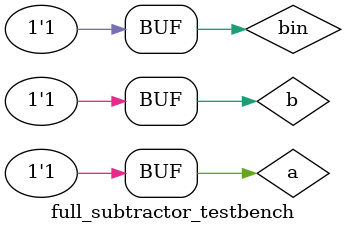
<source format=v>
`timescale 1ns / 1ps


module full_subtractor_testbench;

	// Inputs
	reg a;
	reg b;
	reg bin;

	// Outputs
	wire diff;
	wire bout;

	// Instantiate the Unit Under Test (UUT)
	full_subtractor uut (
		.diff(diff), 
		.bout(bout), 
		.a(a), 
		.b(b), 
		.bin(bin)
	);

	initial begin
		a=0;b=0;bin=0;#10;
		a=0;b=0;bin=1;#10;
		a=0;b=1;bin=0;#10;
		a=0;b=1;bin=1;#10;
		a=1;b=0;bin=0;#10;
		a=1;b=0;bin=1;#10;
		a=1;b=1;bin=0;#10;
		a=1;b=1;bin=1;#10;
	end
      
endmodule


</source>
